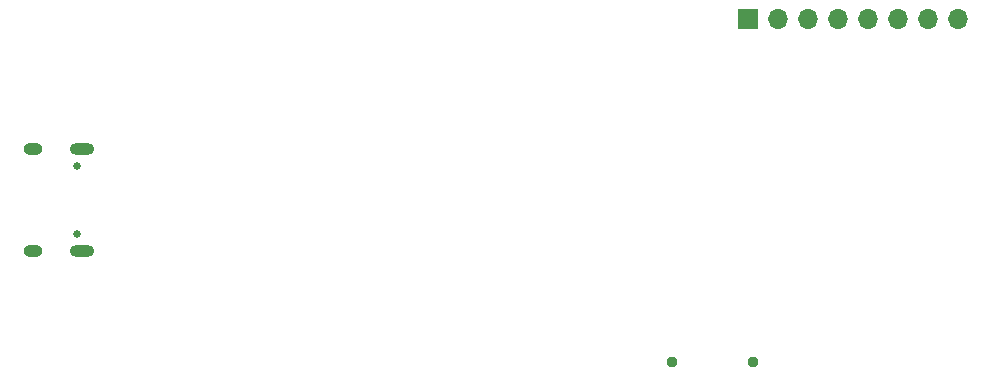
<source format=gbr>
%TF.GenerationSoftware,KiCad,Pcbnew,(6.0.9-0)*%
%TF.CreationDate,2022-12-04T14:35:13+08:00*%
%TF.ProjectId,Epaper-mcu,45706170-6572-42d6-9d63-752e6b696361,rev?*%
%TF.SameCoordinates,Original*%
%TF.FileFunction,Soldermask,Bot*%
%TF.FilePolarity,Negative*%
%FSLAX46Y46*%
G04 Gerber Fmt 4.6, Leading zero omitted, Abs format (unit mm)*
G04 Created by KiCad (PCBNEW (6.0.9-0)) date 2022-12-04 14:35:13*
%MOMM*%
%LPD*%
G01*
G04 APERTURE LIST*
%ADD10C,0.950000*%
%ADD11C,0.650000*%
%ADD12O,2.100000X1.000000*%
%ADD13O,1.600000X1.000000*%
%ADD14R,1.700000X1.700000*%
%ADD15O,1.700000X1.700000*%
G04 APERTURE END LIST*
D10*
%TO.C,J6*%
X169607000Y-109630000D03*
X176407000Y-109630000D03*
%TD*%
D11*
%TO.C,J1*%
X119155000Y-98740000D03*
X119155000Y-92960000D03*
D12*
X119655000Y-91530000D03*
D13*
X115475000Y-100170000D03*
X115475000Y-91530000D03*
D12*
X119655000Y-100170000D03*
%TD*%
D14*
%TO.C,J5*%
X176037000Y-80518000D03*
D15*
X178577000Y-80518000D03*
X181117000Y-80518000D03*
X183657000Y-80518000D03*
X186197000Y-80518000D03*
X188737000Y-80518000D03*
X191277000Y-80518000D03*
X193817000Y-80518000D03*
%TD*%
M02*

</source>
